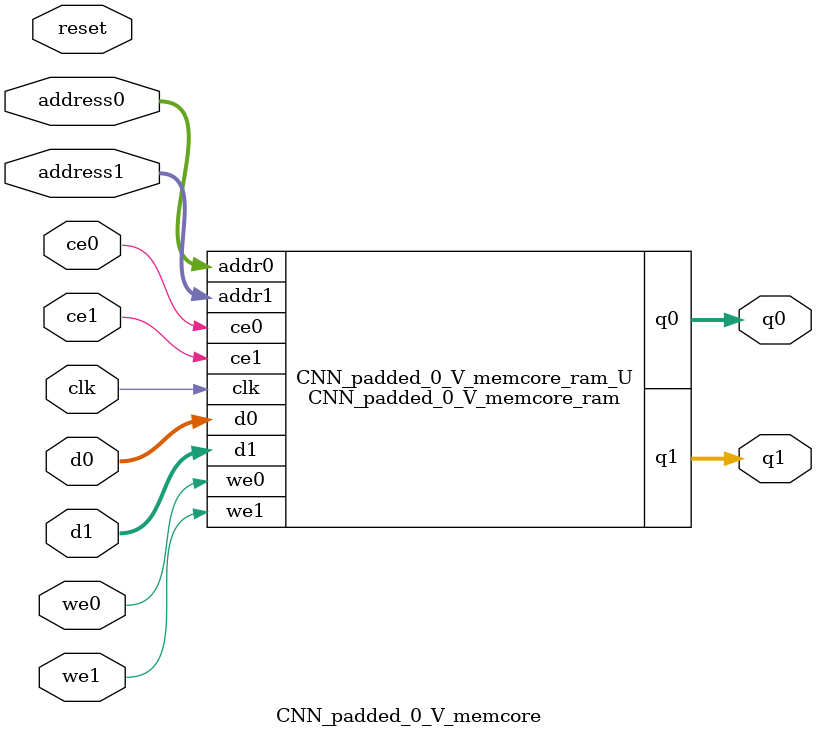
<source format=v>

`timescale 1 ns / 1 ps
module CNN_padded_0_V_memcore_ram (addr0, ce0, d0, we0, q0, addr1, ce1, d1, we1, q1,  clk);

parameter DWIDTH = 18;
parameter AWIDTH = 6;
parameter MEM_SIZE = 60;

input[AWIDTH-1:0] addr0;
input ce0;
input[DWIDTH-1:0] d0;
input we0;
output reg[DWIDTH-1:0] q0;
input[AWIDTH-1:0] addr1;
input ce1;
input[DWIDTH-1:0] d1;
input we1;
output reg[DWIDTH-1:0] q1;
input clk;

(* ram_style = "block" *)reg [DWIDTH-1:0] ram[0:MEM_SIZE-1];




always @(posedge clk)  
begin 
    if (ce0) 
    begin
        if (we0) 
        begin 
            ram[addr0] <= d0; 
            q0 <= d0;
        end 
        else 
            q0 <= ram[addr0];
    end
end


always @(posedge clk)  
begin 
    if (ce1) 
    begin
        if (we1) 
        begin 
            ram[addr1] <= d1; 
            q1 <= d1;
        end 
        else 
            q1 <= ram[addr1];
    end
end


endmodule


`timescale 1 ns / 1 ps
module CNN_padded_0_V_memcore(
    reset,
    clk,
    address0,
    ce0,
    we0,
    d0,
    q0,
    address1,
    ce1,
    we1,
    d1,
    q1);

parameter DataWidth = 32'd18;
parameter AddressRange = 32'd60;
parameter AddressWidth = 32'd6;
input reset;
input clk;
input[AddressWidth - 1:0] address0;
input ce0;
input we0;
input[DataWidth - 1:0] d0;
output[DataWidth - 1:0] q0;
input[AddressWidth - 1:0] address1;
input ce1;
input we1;
input[DataWidth - 1:0] d1;
output[DataWidth - 1:0] q1;



CNN_padded_0_V_memcore_ram CNN_padded_0_V_memcore_ram_U(
    .clk( clk ),
    .addr0( address0 ),
    .ce0( ce0 ),
    .we0( we0 ),
    .d0( d0 ),
    .q0( q0 ),
    .addr1( address1 ),
    .ce1( ce1 ),
    .we1( we1 ),
    .d1( d1 ),
    .q1( q1 ));

endmodule


</source>
